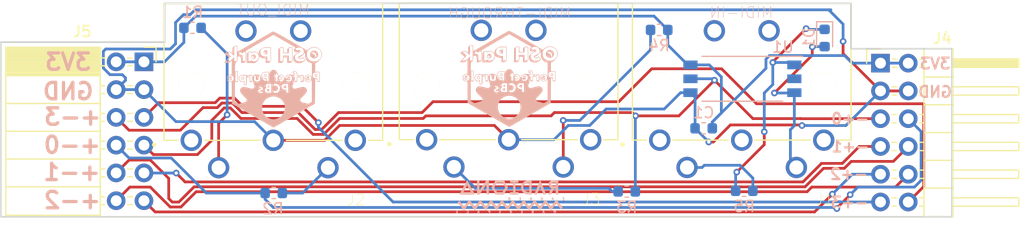
<source format=kicad_pcb>
(kicad_pcb (version 20171130) (host pcbnew 5.0.2+dfsg1-1)
  (layers (0 F.Cu signal) (31 B.Cu signal) (34 B.Paste user) (35 F.Paste user) (36 B.SilkS user) (37 F.SilkS user) (38 B.Mask user) (39 F.Mask user) (44 Edge.Cuts user))
  (net 0 "")
  (net 1 GND)
  (net 2 +3V3)
  (net 3 "Net-(D1-Pad1)")
  (net 4 "Net-(D1-Pad2)")
  (net 5 "Net-(J2-Pad5)")
  (net 6 "Net-(J2-Pad4)")
  (net 7 "Net-(J3-Pad4)")
  (net 8 "Net-(J3-Pad5)")
  (net 9 GP0)
  (net 10 GN0)
  (net 11 GP1)
  (net 12 GN1)
  (net 13 GP2)
  (net 14 GN2)
  (net 15 GP3)
  (net 16 GN3)
  (net 17 "Net-(J1-Pad4)")
  (module MIDI:OSH_10x10 (layer B.Cu) (at 82.38 90.73 180)
    (fp_text reference G*** hide)
    (fp_text value LOGO hide)
  )
  (module Capacitor_SMD:C_0603_1608Metric (layer B.Cu) (at 100.23 95.06 180)
    (fp_text reference C1 (at 0 1.43 180) (layer B.SilkS) (effects (justify mirror)))
    (fp_text value 0.1u)
    (pad 1 smd roundrect (at -0.7875 0 180) (size 0.875 0.95) (layers B.Cu B.Paste B.Mask) (net 2 +3V3))
    (pad 2 smd roundrect (at 0.7875 0 180) (size 0.875 0.95) (layers B.Cu B.Paste B.Mask) (net 1 GND))
  )
  (module Diode_SMD:D_0603_1608Metric (layer B.Cu) (at 111.29 86.8 270)
    (fp_text reference D1 (at 0 1.43 270) (layer B.SilkS) (effects (justify mirror)))
    (fp_text value 1N4148)
    (pad 1 smd roundrect (at -0.7875 0 270) (size 0.875 0.95) (layers B.Cu B.Paste B.Mask) (net 3 "Net-(D1-Pad1)"))
    (pad 2 smd roundrect (at 0.7875 0 270) (size 0.875 0.95) (layers B.Cu B.Paste B.Mask) (net 4 "Net-(D1-Pad2)"))
  )
  (module CUI_SDS-50J:CUI_SDS-50J (layer F.Cu) (at 103.71 96.14 180)
    (fp_text reference J1 (at -7.56532 -5.4388 180) (layer F.SilkS) (effects (font (size 1.0007 1.0007) (thickness 0.05))))
    (fp_text value MIDI-IN (at 0.03 11.67 180) (layer B.SilkS) (effects (font (size 1.00146 1.00146) (thickness 0.05)) (justify mirror)))
    (pad 2 thru_hole circle (at 0 0 180) (size 1.95 1.95) (drill 1.3) (layers *.Cu *.Mask))
    (pad 4 thru_hole circle (at 5 -2.5 180) (size 1.95 1.95) (drill 1.3) (layers *.Cu *.Mask) (net 17 "Net-(J1-Pad4)"))
    (pad 1 thru_hole circle (at 7.5 0 180) (size 1.95 1.95) (drill 1.3) (layers *.Cu *.Mask))
    (pad 5 thru_hole circle (at -5 -2.5 180) (size 1.95 1.95) (drill 1.3) (layers *.Cu *.Mask) (net 4 "Net-(D1-Pad2)"))
    (pad 3 thru_hole circle (at -7.5 0 180) (size 1.95 1.95) (drill 1.3) (layers *.Cu *.Mask))
    (pad S1 thru_hole circle (at -2.5 10 180) (size 1.95 1.95) (drill 1.3) (layers *.Cu *.Mask))
    (pad S2 thru_hole circle (at 2.5 10 180) (size 1.95 1.95) (drill 1.3) (layers *.Cu *.Mask))
    (pad Hole np_thru_hole circle (at -7.5 5 180) (size 2.4 2.4) (drill 2.4) (layers *.Cu *.Mask F.SilkS))
    (pad Hole np_thru_hole circle (at 7.5 5 180) (size 2.4 2.4) (drill 2.4) (layers *.Cu *.Mask F.SilkS))
  )
  (module CUI_SDS-50J:CUI_SDS-50J (layer F.Cu) (at 60.87 96.16 180)
    (fp_text reference J2 (at -7.56532 -5.4388 180) (layer F.SilkS) (effects (font (size 1.0007 1.0007) (thickness 0.05))))
    (fp_text value MIDI_OUT (at -0.02 11.92 180) (layer B.SilkS) (effects (font (size 1.00146 1.00146) (thickness 0.05)) (justify mirror)))
    (pad Hole np_thru_hole circle (at 7.5 5 180) (size 2.4 2.4) (drill 2.4) (layers *.Cu *.Mask F.SilkS))
    (pad Hole np_thru_hole circle (at -7.5 5 180) (size 2.4 2.4) (drill 2.4) (layers *.Cu *.Mask F.SilkS))
    (pad S2 thru_hole circle (at 2.5 10 180) (size 1.95 1.95) (drill 1.3) (layers *.Cu *.Mask))
    (pad S1 thru_hole circle (at -2.5 10 180) (size 1.95 1.95) (drill 1.3) (layers *.Cu *.Mask))
    (pad 3 thru_hole circle (at -7.5 0 180) (size 1.95 1.95) (drill 1.3) (layers *.Cu *.Mask))
    (pad 5 thru_hole circle (at -5 -2.5 180) (size 1.95 1.95) (drill 1.3) (layers *.Cu *.Mask) (net 5 "Net-(J2-Pad5)"))
    (pad 1 thru_hole circle (at 7.5 0 180) (size 1.95 1.95) (drill 1.3) (layers *.Cu *.Mask))
    (pad 4 thru_hole circle (at 5 -2.5 180) (size 1.95 1.95) (drill 1.3) (layers *.Cu *.Mask) (net 6 "Net-(J2-Pad4)"))
    (pad 2 thru_hole circle (at 0 0 180) (size 1.95 1.95) (drill 1.3) (layers *.Cu *.Mask) (net 1 GND))
  )
  (module CUI_SDS-50J:CUI_SDS-50J (layer F.Cu) (at 82.39 96.1 180)
    (fp_text reference J3 (at -7.56532 -5.4388 180) (layer F.SilkS) (effects (font (size 1.0007 1.0007) (thickness 0.05))))
    (fp_text value MIDI-THROUGH (at -0.09 11.56 180) (layer B.SilkS) (effects (font (size 1.00146 1.00146) (thickness 0.05)) (justify mirror)))
    (pad 2 thru_hole circle (at 0 0 180) (size 1.95 1.95) (drill 1.3) (layers *.Cu *.Mask) (net 1 GND))
    (pad 4 thru_hole circle (at 5 -2.5 180) (size 1.95 1.95) (drill 1.3) (layers *.Cu *.Mask) (net 7 "Net-(J3-Pad4)"))
    (pad 1 thru_hole circle (at 7.5 0 180) (size 1.95 1.95) (drill 1.3) (layers *.Cu *.Mask))
    (pad 5 thru_hole circle (at -5 -2.5 180) (size 1.95 1.95) (drill 1.3) (layers *.Cu *.Mask) (net 8 "Net-(J3-Pad5)"))
    (pad 3 thru_hole circle (at -7.5 0 180) (size 1.95 1.95) (drill 1.3) (layers *.Cu *.Mask))
    (pad S1 thru_hole circle (at -2.5 10 180) (size 1.95 1.95) (drill 1.3) (layers *.Cu *.Mask))
    (pad S2 thru_hole circle (at 2.5 10 180) (size 1.95 1.95) (drill 1.3) (layers *.Cu *.Mask))
    (pad Hole np_thru_hole circle (at -7.5 5 180) (size 2.4 2.4) (drill 2.4) (layers *.Cu *.Mask F.SilkS))
    (pad Hole np_thru_hole circle (at 7.5 5 180) (size 2.4 2.4) (drill 2.4) (layers *.Cu *.Mask F.SilkS))
  )
  (module Connector_PinHeader_2.54mm:PinHeader_2x06_P2.54mm_Horizontal (layer F.Cu) (at 116.4 89.1)
    (fp_text reference J4 (at 5.655 -2.27) (layer F.SilkS))
    (fp_text value PMOD)
    (pad 1 thru_hole rect (at 0 0) (size 1.7 1.7) (drill 1) (layers *.Cu *.Mask) (net 2 +3V3))
    (pad 2 thru_hole oval (at 2.54 0) (size 1.7 1.7) (drill 1) (layers *.Cu *.Mask) (net 2 +3V3))
    (pad 3 thru_hole oval (at 0 2.54) (size 1.7 1.7) (drill 1) (layers *.Cu *.Mask) (net 1 GND))
    (pad 4 thru_hole oval (at 2.54 2.54) (size 1.7 1.7) (drill 1) (layers *.Cu *.Mask) (net 1 GND))
    (pad 5 thru_hole oval (at 0 5.08) (size 1.7 1.7) (drill 1) (layers *.Cu *.Mask) (net 9 GP0))
    (pad 6 thru_hole oval (at 2.54 5.08) (size 1.7 1.7) (drill 1) (layers *.Cu *.Mask) (net 10 GN0))
    (pad 7 thru_hole oval (at 0 7.62) (size 1.7 1.7) (drill 1) (layers *.Cu *.Mask) (net 11 GP1))
    (pad 8 thru_hole oval (at 2.54 7.62) (size 1.7 1.7) (drill 1) (layers *.Cu *.Mask) (net 12 GN1))
    (pad 9 thru_hole oval (at 0 10.16) (size 1.7 1.7) (drill 1) (layers *.Cu *.Mask) (net 13 GP2))
    (pad 10 thru_hole oval (at 2.54 10.16) (size 1.7 1.7) (drill 1) (layers *.Cu *.Mask) (net 14 GN2))
    (pad 11 thru_hole oval (at 0 12.7) (size 1.7 1.7) (drill 1) (layers *.Cu *.Mask) (net 15 GP3))
    (pad 12 thru_hole oval (at 2.54 12.7) (size 1.7 1.7) (drill 1) (layers *.Cu *.Mask) (net 16 GN3))
  )
  (module Connector_PinSocket_2.54mm:PinSocket_2x06_P2.54mm_Horizontal (layer F.Cu) (at 49.04 88.98)
    (fp_text reference J5 (at -5.65 -2.77) (layer F.SilkS))
    (fp_text value EXT)
    (pad 1 thru_hole rect (at 0 0) (size 1.7 1.7) (drill 1) (layers *.Cu *.Mask) (net 2 +3V3))
    (pad 2 thru_hole oval (at -2.54 0) (size 1.7 1.7) (drill 1) (layers *.Cu *.Mask) (net 2 +3V3))
    (pad 3 thru_hole oval (at 0 2.54) (size 1.7 1.7) (drill 1) (layers *.Cu *.Mask) (net 1 GND))
    (pad 4 thru_hole oval (at -2.54 2.54) (size 1.7 1.7) (drill 1) (layers *.Cu *.Mask) (net 1 GND))
    (pad 5 thru_hole oval (at 0 5.08) (size 1.7 1.7) (drill 1) (layers *.Cu *.Mask) (net 15 GP3))
    (pad 6 thru_hole oval (at -2.54 5.08) (size 1.7 1.7) (drill 1) (layers *.Cu *.Mask) (net 16 GN3))
    (pad 7 thru_hole oval (at 0 7.62) (size 1.7 1.7) (drill 1) (layers *.Cu *.Mask) (net 9 GP0))
    (pad 8 thru_hole oval (at -2.54 7.62) (size 1.7 1.7) (drill 1) (layers *.Cu *.Mask) (net 10 GN0))
    (pad 9 thru_hole oval (at 0 10.16) (size 1.7 1.7) (drill 1) (layers *.Cu *.Mask) (net 11 GP1))
    (pad 10 thru_hole oval (at -2.54 10.16) (size 1.7 1.7) (drill 1) (layers *.Cu *.Mask) (net 12 GN1))
    (pad 11 thru_hole oval (at 0 12.7) (size 1.7 1.7) (drill 1) (layers *.Cu *.Mask) (net 13 GP2))
    (pad 12 thru_hole oval (at -2.54 12.7) (size 1.7 1.7) (drill 1) (layers *.Cu *.Mask) (net 14 GN2))
  )
  (module Resistor_SMD:R_0603_1608Metric (layer B.Cu) (at 53.48 85.87 180)
    (fp_text reference R1 (at 0 1.43 180) (layer B.SilkS) (effects (justify mirror)))
    (fp_text value 220R)
    (pad 2 smd roundrect (at 0.7875 0 180) (size 0.875 0.95) (layers B.Cu B.Paste B.Mask) (net 2 +3V3))
    (pad 1 smd roundrect (at -0.7875 0 180) (size 0.875 0.95) (layers B.Cu B.Paste B.Mask) (net 6 "Net-(J2-Pad4)"))
  )
  (module Resistor_SMD:R_0603_1608Metric (layer B.Cu) (at 60.91 100.98 180)
    (fp_text reference R2 (at 0.07 -1.43 180) (layer B.SilkS) (effects (justify mirror)))
    (fp_text value 220R)
    (pad 1 smd roundrect (at -0.7875 0 180) (size 0.875 0.95) (layers B.Cu B.Paste B.Mask) (net 5 "Net-(J2-Pad5)"))
    (pad 2 smd roundrect (at 0.7875 0 180) (size 0.875 0.95) (layers B.Cu B.Paste B.Mask) (net 10 GN0))
  )
  (module Resistor_SMD:R_0603_1608Metric (layer B.Cu) (at 93.1925 100.84)
    (fp_text reference R3 (at 0 1.43) (layer B.SilkS) (effects (justify mirror)))
    (fp_text value 220R)
    (pad 2 smd roundrect (at 0.7875 0) (size 0.875 0.95) (layers B.Cu B.Paste B.Mask) (net 9 GP0))
    (pad 1 smd roundrect (at -0.7875 0) (size 0.875 0.95) (layers B.Cu B.Paste B.Mask) (net 7 "Net-(J3-Pad4)"))
  )
  (module Resistor_SMD:R_0603_1608Metric (layer B.Cu) (at 96.16 86.06)
    (fp_text reference R4 (at 0 1.43) (layer B.SilkS) (effects (justify mirror)))
    (fp_text value 220R)
    (pad 1 smd roundrect (at -0.7875 0) (size 0.875 0.95) (layers B.Cu B.Paste B.Mask) (net 8 "Net-(J3-Pad5)"))
    (pad 2 smd roundrect (at 0.7875 0) (size 0.875 0.95) (layers B.Cu B.Paste B.Mask) (net 2 +3V3))
  )
  (module Resistor_SMD:R_0603_1608Metric (layer B.Cu) (at 103.94 100.78)
    (fp_text reference R5 (at 0 1.43) (layer B.SilkS) (effects (justify mirror)))
    (fp_text value 220R)
    (pad 1 smd roundrect (at -0.7875 0) (size 0.875 0.95) (layers B.Cu B.Paste B.Mask) (net 3 "Net-(D1-Pad1)"))
    (pad 2 smd roundrect (at 0.7875 0) (size 0.875 0.95) (layers B.Cu B.Paste B.Mask) (net 17 "Net-(J1-Pad4)"))
  )
  (module Package_SO:SO-6L_10x3.84mm_P1.27mm (layer B.Cu) (at 103.77 90.53 180)
    (fp_text reference U1 (at -3.7 2.9 180) (layer B.SilkS) (effects (justify mirror)))
    (fp_text value TLP2361)
    (pad 1 smd rect (at -4.75 1.27 90) (size 0.8 1.3) (layers B.Cu B.Paste B.Mask) (net 3 "Net-(D1-Pad1)"))
    (pad 2 smd rect (at -4.75 0 90) (size 0.8 1.3) (layers B.Cu B.Paste B.Mask))
    (pad 3 smd rect (at -4.75 -1.27 90) (size 0.8 1.3) (layers B.Cu B.Paste B.Mask) (net 4 "Net-(D1-Pad2)"))
    (pad 4 smd rect (at 4.75 -1.27 90) (size 0.8 1.3) (layers B.Cu B.Paste B.Mask) (net 1 GND))
    (pad 5 smd rect (at 4.75 0 90) (size 0.8 1.3) (layers B.Cu B.Paste B.Mask) (net 9 GP0))
    (pad 6 smd rect (at 4.75 1.27 90) (size 0.8 1.3) (layers B.Cu B.Paste B.Mask) (net 2 +3V3))
  )
  (module MIDI:OSH_10x10 (layer B.Cu) (at 60.82 90.79 180)
    (fp_text reference G*** hide)
    (fp_text value LOGO hide)
  )
  (module MIDI:radiona-10mm (layer B.Cu) (at 82.54 101.31 180)
    (fp_text reference G*** hide)
    (fp_text value LOGO hide)
  )
  (gr_text +-2 (at 42.49 101.65) (layer B.SilkS) (effects (font (size 1.5 1.5) (thickness 0.3)) (justify mirror)))
  (gr_text +-1 (at 42.45 99.07) (layer B.SilkS) (effects (font (size 1.5 1.5) (thickness 0.3)) (justify mirror)))
  (gr_text +-0 (at 42.48 96.59) (layer B.SilkS) (effects (font (size 1.5 1.5) (thickness 0.3)) (justify mirror)))
  (gr_text 3V3 (at 42.1 88.99) (layer B.SilkS) (effects (font (size 1.5 1.5) (thickness 0.3)) (justify mirror)))
  (gr_text GND (at 42.11 91.68) (layer B.SilkS) (effects (font (size 1.5 1.5) (thickness 0.3)) (justify mirror)))
  (gr_text +-3 (at 42.52 94.01) (layer B.SilkS) (effects (font (size 1.5 1.5) (thickness 0.3)) (justify mirror)))
  (gr_text -+3 (at 113.58 101.84) (layer B.SilkS) (effects (font (size 1 1) (thickness 0.2)) (justify mirror)))
  (gr_text -+2 (at 113.52 99.25) (layer B.SilkS) (effects (font (size 1 1) (thickness 0.2)) (justify mirror)))
  (gr_text -+1 (at 113.66 96.73) (layer B.SilkS) (effects (font (size 1 1) (thickness 0.2)) (justify mirror)))
  (gr_text -+0 (at 113.63 94.19) (layer B.SilkS) (effects (font (size 1 1) (thickness 0.2)) (justify mirror)))
  (gr_text GND (at 121.4 91.73) (layer B.SilkS) (effects (font (size 1 1) (thickness 0.2)) (justify mirror)))
  (gr_text 3V3 (at 121.4 89.14) (layer B.SilkS) (effects (font (size 1 1) (thickness 0.2)) (justify mirror)))
  (gr_line (start 50.94 87.18) (end 35.95 87.18) (layer Edge.Cuts) (width 0.15))
  (gr_line (start 50.94 83.63) (end 50.94 87.18) (layer Edge.Cuts) (width 0.15))
  (gr_line (start 113.7 83.63) (end 50.94 83.63) (layer Edge.Cuts) (width 0.15))
  (gr_line (start 113.7 87.79) (end 113.7 83.63) (layer Edge.Cuts) (width 0.15))
  (gr_line (start 115.58 87.79) (end 115.59 87.78) (layer Edge.Cuts) (width 0.15))
  (gr_line (start 122.93 87.78) (end 113.72 87.78) (layer Edge.Cuts) (width 0.15))
  (gr_line (start 122.94 103.17) (end 122.94 87.79) (layer Edge.Cuts) (width 0.15))
  (gr_line (start 35.97 103.15) (end 122.92 103.15) (layer Edge.Cuts) (width 0.15))
  (gr_line (start 35.95 87.18) (end 35.95 103.15) (layer Edge.Cuts) (width 0.15))
  (segment (start 46.5 91.52) (end 49.04 91.52) (width 0.25) (layer B.Cu) (net 1))
  (segment (start 47.064001 90.155001) (end 45.935999 90.155001) (width 0.25) (layer B.Cu) (net 1))
  (segment (start 45.935999 90.155001) (end 45.324999 89.544001) (width 0.25) (layer B.Cu) (net 1))
  (segment (start 47.349999 90.440999) (end 47.064001 90.155001) (width 0.25) (layer B.Cu) (net 1))
  (segment (start 46.5 91.52) (end 47.349999 90.670001) (width 0.25) (layer B.Cu) (net 1))
  (segment (start 47.349999 90.670001) (end 47.349999 90.440999) (width 0.25) (layer B.Cu) (net 1))
  (segment (start 45.324999 89.544001) (end 45.324999 88.025001) (width 0.25) (layer B.Cu) (net 1))
  (segment (start 45.545001 87.804999) (end 51.455001 87.804999) (width 0.25) (layer B.Cu) (net 1))
  (segment (start 45.324999 88.025001) (end 45.545001 87.804999) (width 0.25) (layer B.Cu) (net 1))
  (segment (start 51.92999 85.388516) (end 52.658506 84.66) (width 0.25) (layer B.Cu) (net 1))
  (segment (start 51.455001 87.804999) (end 51.92999 87.33001) (width 0.25) (layer B.Cu) (net 1))
  (segment (start 52.658506 84.66) (end 53.26609 84.66) (width 0.25) (layer B.Cu) (net 1))
  (segment (start 51.92999 87.33001) (end 51.92999 85.388516) (width 0.25) (layer B.Cu) (net 1))
  (segment (start 53.26609 84.66) (end 53.70609 84.22) (width 0.25) (layer B.Cu) (net 1))
  (segment (start 112.98 85.54) (end 112.98 87.11) (width 0.25) (layer B.Cu) (net 1))
  (segment (start 111.66 84.22) (end 112.98 85.54) (width 0.25) (layer B.Cu) (net 1))
  (segment (start 53.70609 84.22) (end 111.66 84.22) (width 0.25) (layer B.Cu) (net 1))
  (via (at 112.98 87.11) (size 0.6) (drill 0.3) (layers F.Cu B.Cu) (net 1))
  (segment (start 111.66 84.22) (end 111.87 84.22) (width 0.25) (layer B.Cu) (net 1))
  (segment (start 112.98 88.22) (end 116.4 91.64) (width 0.25) (layer F.Cu) (net 1))
  (segment (start 112.98 87.11) (end 112.98 88.22) (width 0.25) (layer F.Cu) (net 1))
  (segment (start 117.602081 91.64) (end 118.94 91.64) (width 0.25) (layer F.Cu) (net 1))
  (segment (start 116.4 91.64) (end 117.602081 91.64) (width 0.25) (layer F.Cu) (net 1))
  (segment (start 99.4425 92.2225) (end 99.02 91.8) (width 0.25) (layer B.Cu) (net 1))
  (segment (start 99.4425 95.06) (end 99.4425 92.2225) (width 0.25) (layer B.Cu) (net 1))
  (segment (start 82.39 96.1) (end 81.089999 94.799999) (width 0.25) (layer F.Cu) (net 1))
  (segment (start 66.931723 94.799999) (end 65.571722 96.16) (width 0.25) (layer F.Cu) (net 1))
  (segment (start 65.571722 96.16) (end 62.248858 96.16) (width 0.25) (layer F.Cu) (net 1))
  (segment (start 62.248858 96.16) (end 60.87 96.16) (width 0.25) (layer F.Cu) (net 1))
  (segment (start 81.089999 94.799999) (end 66.931723 94.799999) (width 0.25) (layer F.Cu) (net 1))
  (segment (start 99.904112 95.521612) (end 99.4425 95.06) (width 0.25) (layer B.Cu) (net 1))
  (segment (start 100.6925 96.31) (end 99.904112 95.521612) (width 0.25) (layer B.Cu) (net 1))
  (via (at 100.6925 96.31) (size 0.6) (drill 0.3) (layers F.Cu B.Cu) (net 1))
  (segment (start 109.164981 94.75) (end 109.219991 94.80501) (width 0.25) (layer F.Cu) (net 1))
  (segment (start 101.116764 96.31) (end 102.676764 94.75) (width 0.25) (layer F.Cu) (net 1))
  (segment (start 113.23499 94.80501) (end 109.644255 94.80501) (width 0.25) (layer B.Cu) (net 1))
  (segment (start 102.676764 94.75) (end 109.164981 94.75) (width 0.25) (layer F.Cu) (net 1))
  (segment (start 116.4 91.64) (end 113.23499 94.80501) (width 0.25) (layer B.Cu) (net 1))
  (segment (start 100.6925 96.31) (end 101.116764 96.31) (width 0.25) (layer F.Cu) (net 1))
  (segment (start 109.644255 94.80501) (end 109.219991 94.80501) (width 0.25) (layer B.Cu) (net 1))
  (via (at 109.219991 94.80501) (size 0.6) (drill 0.3) (layers F.Cu B.Cu) (net 1))
  (segment (start 87.845003 94.799999) (end 86.545002 96.1) (width 0.25) (layer B.Cu) (net 1))
  (segment (start 99.02 91.8) (end 98.12 91.8) (width 0.25) (layer B.Cu) (net 1))
  (segment (start 96.625002 93.294998) (end 91.309998 93.294998) (width 0.25) (layer B.Cu) (net 1))
  (segment (start 98.12 91.8) (end 96.625002 93.294998) (width 0.25) (layer B.Cu) (net 1))
  (segment (start 89.804997 94.799999) (end 87.845003 94.799999) (width 0.25) (layer B.Cu) (net 1))
  (segment (start 91.309998 93.294998) (end 89.804997 94.799999) (width 0.25) (layer B.Cu) (net 1))
  (segment (start 86.545002 96.1) (end 83.768858 96.1) (width 0.25) (layer B.Cu) (net 1))
  (segment (start 83.768858 96.1) (end 82.39 96.1) (width 0.25) (layer B.Cu) (net 1))
  (segment (start 49.04 91.52) (end 51.969989 94.449989) (width 0.25) (layer B.Cu) (net 1))
  (segment (start 51.969989 94.449989) (end 59.159989 94.449989) (width 0.25) (layer B.Cu) (net 1))
  (segment (start 59.159989 94.449989) (end 59.895001 95.185001) (width 0.25) (layer B.Cu) (net 1))
  (segment (start 59.895001 95.185001) (end 60.87 96.16) (width 0.25) (layer B.Cu) (net 1))
  (segment (start 98.77 89.26) (end 99.02 89.26) (width 0.25) (layer B.Cu) (net 2))
  (segment (start 96.9475 87.4375) (end 98.77 89.26) (width 0.25) (layer B.Cu) (net 2))
  (segment (start 96.9475 86.06) (end 96.9475 87.4375) (width 0.25) (layer B.Cu) (net 2))
  (segment (start 116.4 89.1) (end 118.94 89.1) (width 0.25) (layer B.Cu) (net 2))
  (segment (start 46.5 88.98) (end 49.04 88.98) (width 0.25) (layer B.Cu) (net 2))
  (segment (start 95.687499 84.799999) (end 96.9575 86.07) (width 0.25) (layer B.Cu) (net 2))
  (segment (start 52.6925 85.87) (end 53.762501 84.799999) (width 0.25) (layer B.Cu) (net 2))
  (segment (start 96.9575 86.07) (end 96.9475 86.06) (width 0.25) (layer B.Cu) (net 2))
  (segment (start 53.762501 84.799999) (end 95.687499 84.799999) (width 0.25) (layer B.Cu) (net 2))
  (segment (start 49.04 88.98) (end 50.916411 88.98) (width 0.25) (layer B.Cu) (net 2))
  (segment (start 50.916411 88.98) (end 52.6925 87.203911) (width 0.25) (layer B.Cu) (net 2))
  (segment (start 52.6925 86.445) (end 52.6925 85.87) (width 0.25) (layer B.Cu) (net 2))
  (segment (start 52.6925 87.203911) (end 52.6925 86.445) (width 0.25) (layer B.Cu) (net 2))
  (segment (start 101.0175 95.06) (end 101.0175 94.485) (width 0.25) (layer B.Cu) (net 2))
  (segment (start 99.02 89.26) (end 100.745004 89.26) (width 0.25) (layer B.Cu) (net 2))
  (segment (start 101.845002 90.359998) (end 101.845002 93.657498) (width 0.25) (layer B.Cu) (net 2))
  (segment (start 100.745004 89.26) (end 101.845002 90.359998) (width 0.25) (layer B.Cu) (net 2))
  (segment (start 101.845002 93.657498) (end 101.0175 94.485) (width 0.25) (layer B.Cu) (net 2))
  (segment (start 113.113591 88.4057) (end 113.807891 89.1) (width 0.25) (layer B.Cu) (net 2))
  (segment (start 113.807891 89.1) (end 115.3 89.1) (width 0.25) (layer B.Cu) (net 2))
  (segment (start 101.0175 94.485) (end 105.924999 89.577501) (width 0.25) (layer B.Cu) (net 2))
  (segment (start 106.259298 88.4057) (end 113.113591 88.4057) (width 0.25) (layer B.Cu) (net 2))
  (segment (start 105.924999 88.739999) (end 106.259298 88.4057) (width 0.25) (layer B.Cu) (net 2))
  (segment (start 105.924999 89.577501) (end 105.924999 88.739999) (width 0.25) (layer B.Cu) (net 2))
  (segment (start 115.3 89.1) (end 116.4 89.1) (width 0.25) (layer B.Cu) (net 2))
  (via (at 109.6 85.94) (size 0.6) (drill 0.3) (layers F.Cu B.Cu) (net 3))
  (segment (start 111.29 86.0125) (end 109.6725 86.0125) (width 0.25) (layer B.Cu) (net 3))
  (segment (start 109.6725 86.0125) (end 109.6 85.94) (width 0.25) (layer B.Cu) (net 3))
  (via (at 106.55 89.04) (size 0.6) (drill 0.3) (layers F.Cu B.Cu) (net 3))
  (segment (start 106.55 88.99) (end 106.55 89.04) (width 0.25) (layer F.Cu) (net 3))
  (segment (start 109.6 85.94) (end 106.55 88.99) (width 0.25) (layer F.Cu) (net 3))
  (segment (start 106.55 89.04) (end 108.3 89.04) (width 0.25) (layer B.Cu) (net 3))
  (segment (start 108.3 89.04) (end 108.52 89.26) (width 0.25) (layer B.Cu) (net 3))
  (via (at 103.25435 99.064942) (size 0.6) (drill 0.3) (layers F.Cu B.Cu) (net 3))
  (segment (start 103.1525 99.166792) (end 103.25435 99.064942) (width 0.25) (layer B.Cu) (net 3))
  (segment (start 103.1525 100.78) (end 103.1525 99.166792) (width 0.25) (layer B.Cu) (net 3))
  (segment (start 106.55 89.04) (end 106.55 91.054998) (width 0.25) (layer B.Cu) (net 3))
  (segment (start 106.55 91.054998) (end 105.771337 91.833661) (width 0.25) (layer B.Cu) (net 3))
  (segment (start 105.771337 96.547955) (end 105.771337 95.799274) (width 0.25) (layer F.Cu) (net 3))
  (segment (start 105.771337 94.950746) (end 105.771337 95.37501) (width 0.25) (layer B.Cu) (net 3))
  (segment (start 105.771337 95.799274) (end 105.771337 95.37501) (width 0.25) (layer F.Cu) (net 3))
  (segment (start 105.771337 91.833661) (end 105.771337 94.950746) (width 0.25) (layer B.Cu) (net 3))
  (via (at 105.771337 95.37501) (size 0.6) (drill 0.3) (layers F.Cu B.Cu) (net 3))
  (segment (start 103.25435 99.064942) (end 105.771337 96.547955) (width 0.25) (layer F.Cu) (net 3))
  (via (at 110.16 87.62) (size 0.6) (drill 0.3) (layers F.Cu B.Cu) (net 4))
  (segment (start 111.29 87.5875) (end 110.1925 87.5875) (width 0.25) (layer B.Cu) (net 4))
  (segment (start 110.1925 87.5875) (end 110.16 87.62) (width 0.25) (layer B.Cu) (net 4))
  (segment (start 110.16 88.37) (end 106.7 91.83) (width 0.25) (layer F.Cu) (net 4))
  (segment (start 110.16 87.62) (end 110.16 88.37) (width 0.25) (layer F.Cu) (net 4))
  (via (at 106.7 91.83) (size 0.6) (drill 0.3) (layers F.Cu B.Cu) (net 4))
  (segment (start 108.49 91.83) (end 108.52 91.8) (width 0.25) (layer B.Cu) (net 4))
  (segment (start 106.7 91.83) (end 108.49 91.83) (width 0.25) (layer B.Cu) (net 4))
  (segment (start 108.52 91.8) (end 108.52 94.827178) (width 0.25) (layer B.Cu) (net 4))
  (segment (start 108.52 94.827178) (end 108.159978 95.1872) (width 0.25) (layer B.Cu) (net 4))
  (segment (start 108.159978 95.1872) (end 108.159978 98.089978) (width 0.25) (layer B.Cu) (net 4))
  (segment (start 108.159978 98.089978) (end 108.71 98.64) (width 0.25) (layer B.Cu) (net 4))
  (segment (start 63.55 100.98) (end 65.87 98.66) (width 0.25) (layer B.Cu) (net 5))
  (segment (start 61.6975 100.98) (end 63.55 100.98) (width 0.25) (layer B.Cu) (net 5))
  (segment (start 56.347942 94.124978) (end 56.647941 93.824979) (width 0.25) (layer F.Cu) (net 6))
  (via (at 56.647941 93.824979) (size 0.6) (drill 0.3) (layers F.Cu B.Cu) (net 6))
  (segment (start 56.647941 88.250441) (end 56.647941 93.400715) (width 0.25) (layer B.Cu) (net 6))
  (segment (start 54.2675 85.87) (end 56.647941 88.250441) (width 0.25) (layer B.Cu) (net 6))
  (segment (start 55.87 98.66) (end 55.87 94.60292) (width 0.25) (layer F.Cu) (net 6))
  (segment (start 56.647941 93.400715) (end 56.647941 93.824979) (width 0.25) (layer B.Cu) (net 6))
  (segment (start 55.87 94.60292) (end 56.347942 94.124978) (width 0.25) (layer F.Cu) (net 6))
  (segment (start 91.8675 100.84) (end 91.5775 100.55) (width 0.25) (layer B.Cu) (net 7))
  (segment (start 92.405 100.84) (end 91.8675 100.84) (width 0.25) (layer B.Cu) (net 7))
  (segment (start 79.34 100.55) (end 77.39 98.6) (width 0.25) (layer B.Cu) (net 7))
  (segment (start 91.5775 100.55) (end 79.34 100.55) (width 0.25) (layer B.Cu) (net 7))
  (via (at 87.38 94.34) (size 0.6) (drill 0.3) (layers F.Cu B.Cu) (net 8))
  (segment (start 87.39 98.6) (end 87.39 94.35) (width 0.25) (layer F.Cu) (net 8))
  (segment (start 87.39 94.35) (end 87.38 94.34) (width 0.25) (layer F.Cu) (net 8))
  (segment (start 95.3725 86.635) (end 95.3725 86.06) (width 0.25) (layer B.Cu) (net 8))
  (segment (start 95.3725 87.874502) (end 95.3725 86.635) (width 0.25) (layer B.Cu) (net 8))
  (segment (start 88.907002 94.34) (end 95.3725 87.874502) (width 0.25) (layer B.Cu) (net 8))
  (segment (start 87.38 94.34) (end 88.907002 94.34) (width 0.25) (layer B.Cu) (net 8))
  (via (at 101.22 90.66) (size 0.6) (drill 0.3) (layers F.Cu B.Cu) (net 9))
  (segment (start 99.02 90.53) (end 101.09 90.53) (width 0.25) (layer B.Cu) (net 9))
  (segment (start 101.09 90.53) (end 101.22 90.66) (width 0.25) (layer B.Cu) (net 9))
  (segment (start 93.98 100.84) (end 93.98 93.94) (width 0.25) (layer B.Cu) (net 9))
  (via (at 94 93.92) (size 0.6) (drill 0.3) (layers F.Cu B.Cu) (net 9))
  (segment (start 93.98 93.94) (end 94 93.92) (width 0.25) (layer B.Cu) (net 9))
  (segment (start 100.920001 90.959999) (end 101.22 90.66) (width 0.25) (layer F.Cu) (net 9))
  (segment (start 97.96 93.92) (end 100.920001 90.959999) (width 0.25) (layer F.Cu) (net 9))
  (segment (start 94 93.92) (end 97.96 93.92) (width 0.25) (layer F.Cu) (net 9))
  (segment (start 109.0864 94.169989) (end 109.096411 94.18) (width 0.25) (layer F.Cu) (net 9))
  (segment (start 115.197919 94.18) (end 116.4 94.18) (width 0.25) (layer F.Cu) (net 9))
  (segment (start 101.22 90.66) (end 104.729989 94.169989) (width 0.25) (layer F.Cu) (net 9))
  (segment (start 109.096411 94.18) (end 115.197919 94.18) (width 0.25) (layer F.Cu) (net 9))
  (segment (start 104.729989 94.169989) (end 109.0864 94.169989) (width 0.25) (layer F.Cu) (net 9))
  (segment (start 56.947942 93.199978) (end 56.375919 93.199978) (width 0.25) (layer F.Cu) (net 9))
  (segment (start 64.506533 95.615976) (end 63.050568 94.160011) (width 0.25) (layer F.Cu) (net 9))
  (segment (start 55.244557 94.33134) (end 55.244557 96.150441) (width 0.25) (layer F.Cu) (net 9))
  (segment (start 63.050568 94.160011) (end 57.907975 94.160011) (width 0.25) (layer F.Cu) (net 9))
  (segment (start 65.479335 95.615976) (end 64.506533 95.615976) (width 0.25) (layer F.Cu) (net 9))
  (segment (start 93.700001 93.620001) (end 86.574995 93.620001) (width 0.25) (layer F.Cu) (net 9))
  (segment (start 56.375919 93.199978) (end 55.244557 94.33134) (width 0.25) (layer F.Cu) (net 9))
  (segment (start 49.900001 97.460001) (end 49.889999 97.449999) (width 0.25) (layer F.Cu) (net 9))
  (segment (start 53.934997 97.460001) (end 49.900001 97.460001) (width 0.25) (layer F.Cu) (net 9))
  (segment (start 86.574995 93.620001) (end 86.274996 93.92) (width 0.25) (layer F.Cu) (net 9))
  (segment (start 66.9353 94.160011) (end 65.479335 95.615976) (width 0.25) (layer F.Cu) (net 9))
  (segment (start 55.244557 96.150441) (end 53.934997 97.460001) (width 0.25) (layer F.Cu) (net 9))
  (segment (start 74.5764 94.160011) (end 66.9353 94.160011) (width 0.25) (layer F.Cu) (net 9))
  (segment (start 74.816411 93.92) (end 74.5764 94.160011) (width 0.25) (layer F.Cu) (net 9))
  (segment (start 86.274996 93.92) (end 74.816411 93.92) (width 0.25) (layer F.Cu) (net 9))
  (segment (start 94 93.92) (end 93.700001 93.620001) (width 0.25) (layer F.Cu) (net 9))
  (segment (start 57.907975 94.160011) (end 56.947942 93.199978) (width 0.25) (layer F.Cu) (net 9))
  (segment (start 49.889999 97.449999) (end 49.04 96.6) (width 0.25) (layer F.Cu) (net 9))
  (segment (start 47.675001 97.775001) (end 47.349999 97.449999) (width 0.25) (layer B.Cu) (net 10))
  (segment (start 47.349999 97.449999) (end 46.5 96.6) (width 0.25) (layer B.Cu) (net 10))
  (segment (start 54.745002 100.98) (end 51.540003 97.775001) (width 0.25) (layer B.Cu) (net 10))
  (segment (start 51.540003 97.775001) (end 47.675001 97.775001) (width 0.25) (layer B.Cu) (net 10))
  (segment (start 60.1225 100.98) (end 54.745002 100.98) (width 0.25) (layer B.Cu) (net 10))
  (segment (start 60.1225 101.555) (end 60.8675 102.3) (width 0.25) (layer B.Cu) (net 10))
  (segment (start 60.1225 100.98) (end 60.1225 101.555) (width 0.25) (layer B.Cu) (net 10))
  (via (at 112.41 102.4) (size 0.6) (drill 0.3) (layers F.Cu B.Cu) (net 10))
  (segment (start 112.31 102.3) (end 112.41 102.4) (width 0.25) (layer B.Cu) (net 10))
  (segment (start 60.8675 102.3) (end 112.31 102.3) (width 0.25) (layer B.Cu) (net 10))
  (via (at 113.63 101.13) (size 0.6) (drill 0.3) (layers F.Cu B.Cu) (net 10))
  (segment (start 112.41 102.4) (end 112.41 102.35) (width 0.25) (layer F.Cu) (net 10))
  (segment (start 112.41 102.35) (end 113.63 101.13) (width 0.25) (layer F.Cu) (net 10))
  (segment (start 119.789999 95.029999) (end 118.94 94.18) (width 0.25) (layer B.Cu) (net 10))
  (segment (start 120.115001 95.355001) (end 119.789999 95.029999) (width 0.25) (layer B.Cu) (net 10))
  (segment (start 120.115001 99.824001) (end 120.115001 95.355001) (width 0.25) (layer B.Cu) (net 10))
  (segment (start 114.324999 100.435001) (end 119.504001 100.435001) (width 0.25) (layer B.Cu) (net 10))
  (segment (start 119.504001 100.435001) (end 120.115001 99.824001) (width 0.25) (layer B.Cu) (net 10))
  (segment (start 113.63 101.13) (end 114.324999 100.435001) (width 0.25) (layer B.Cu) (net 10))
  (via (at 51.99 99.15) (size 0.6) (drill 0.3) (layers F.Cu B.Cu) (net 11))
  (segment (start 49.05 99.15) (end 49.04 99.14) (width 0.25) (layer B.Cu) (net 11))
  (segment (start 51.99 99.15) (end 49.05 99.15) (width 0.25) (layer B.Cu) (net 11))
  (segment (start 112.906401 98.270009) (end 111.003993 98.270009) (width 0.25) (layer F.Cu) (net 11))
  (segment (start 52.800001 99.960001) (end 52.289999 99.449999) (width 0.25) (layer F.Cu) (net 11))
  (segment (start 114.45641 96.72) (end 112.906401 98.270009) (width 0.25) (layer F.Cu) (net 11))
  (segment (start 111.003993 98.270009) (end 109.314001 99.960001) (width 0.25) (layer F.Cu) (net 11))
  (segment (start 116.4 96.72) (end 114.45641 96.72) (width 0.25) (layer F.Cu) (net 11))
  (segment (start 109.314001 99.960001) (end 52.800001 99.960001) (width 0.25) (layer F.Cu) (net 11))
  (segment (start 52.289999 99.449999) (end 51.99 99.15) (width 0.25) (layer F.Cu) (net 11))
  (segment (start 52.230002 101.805002) (end 51.629998 101.805002) (width 0.25) (layer F.Cu) (net 12))
  (segment (start 111.190393 98.72002) (end 109.500401 100.410012) (width 0.25) (layer F.Cu) (net 12))
  (segment (start 47.349999 98.290001) (end 46.5 99.14) (width 0.25) (layer F.Cu) (net 12))
  (segment (start 53.624992 100.410012) (end 52.230002 101.805002) (width 0.25) (layer F.Cu) (net 12))
  (segment (start 51.304998 99.640002) (end 49.629995 97.964999) (width 0.25) (layer F.Cu) (net 12))
  (segment (start 118.94 96.72) (end 117.575001 98.084999) (width 0.25) (layer F.Cu) (net 12))
  (segment (start 49.629995 97.964999) (end 47.675001 97.964999) (width 0.25) (layer F.Cu) (net 12))
  (segment (start 47.675001 97.964999) (end 47.349999 98.290001) (width 0.25) (layer F.Cu) (net 12))
  (segment (start 113.727822 98.084999) (end 113.092801 98.72002) (width 0.25) (layer F.Cu) (net 12))
  (segment (start 51.304998 101.480002) (end 51.304998 99.640002) (width 0.25) (layer F.Cu) (net 12))
  (segment (start 109.500401 100.410012) (end 53.624992 100.410012) (width 0.25) (layer F.Cu) (net 12))
  (segment (start 117.575001 98.084999) (end 113.727822 98.084999) (width 0.25) (layer F.Cu) (net 12))
  (segment (start 51.629998 101.805002) (end 51.304998 101.480002) (width 0.25) (layer F.Cu) (net 12))
  (segment (start 113.092801 98.72002) (end 111.190393 98.72002) (width 0.25) (layer F.Cu) (net 12))
  (via (at 112 101.08) (size 0.6) (drill 0.3) (layers F.Cu B.Cu) (net 13))
  (segment (start 113.82 99.26) (end 112 101.08) (width 0.25) (layer B.Cu) (net 13))
  (segment (start 116.4 99.26) (end 113.82 99.26) (width 0.25) (layer B.Cu) (net 13))
  (segment (start 112 101.08) (end 110.374976 102.705024) (width 0.25) (layer F.Cu) (net 13))
  (segment (start 110.374976 102.705024) (end 50.065024 102.705024) (width 0.25) (layer F.Cu) (net 13))
  (segment (start 50.065024 102.705024) (end 49.889999 102.529999) (width 0.25) (layer F.Cu) (net 13))
  (segment (start 49.889999 102.529999) (end 49.04 101.68) (width 0.25) (layer F.Cu) (net 13))
  (segment (start 109.686801 100.860023) (end 53.811392 100.860023) (width 0.25) (layer F.Cu) (net 14))
  (segment (start 118.94 99.26) (end 117.764999 100.435001) (width 0.25) (layer F.Cu) (net 14))
  (segment (start 53.811392 100.860023) (end 52.416402 102.255013) (width 0.25) (layer F.Cu) (net 14))
  (segment (start 51.443598 102.255013) (end 49.623586 100.435001) (width 0.25) (layer F.Cu) (net 14))
  (segment (start 49.623586 100.435001) (end 47.744999 100.435001) (width 0.25) (layer F.Cu) (net 14))
  (segment (start 117.764999 100.435001) (end 110.111822 100.435001) (width 0.25) (layer F.Cu) (net 14))
  (segment (start 47.349999 100.830001) (end 46.5 101.68) (width 0.25) (layer F.Cu) (net 14))
  (segment (start 52.416402 102.255013) (end 51.443598 102.255013) (width 0.25) (layer F.Cu) (net 14))
  (segment (start 47.744999 100.435001) (end 47.349999 100.830001) (width 0.25) (layer F.Cu) (net 14))
  (segment (start 110.111822 100.435001) (end 109.686801 100.860023) (width 0.25) (layer F.Cu) (net 14))
  (via (at 64.992934 94.540964) (size 0.6) (drill 0.3) (layers F.Cu B.Cu) (net 15))
  (segment (start 116.4 101.8) (end 112.735004 101.8) (width 0.25) (layer B.Cu) (net 15))
  (segment (start 112.109998 101.774998) (end 112.084996 101.8) (width 0.25) (layer B.Cu) (net 15))
  (segment (start 112.084996 101.8) (end 71.827706 101.8) (width 0.25) (layer B.Cu) (net 15))
  (segment (start 64.992934 94.965228) (end 64.992934 94.540964) (width 0.25) (layer B.Cu) (net 15))
  (segment (start 112.710002 101.774998) (end 112.109998 101.774998) (width 0.25) (layer B.Cu) (net 15))
  (segment (start 71.827706 101.8) (end 64.992934 94.965228) (width 0.25) (layer B.Cu) (net 15))
  (segment (start 112.735004 101.8) (end 112.710002 101.774998) (width 0.25) (layer B.Cu) (net 15))
  (segment (start 57.320742 92.299956) (end 58.071751 93.050965) (width 0.25) (layer F.Cu) (net 15))
  (segment (start 64.692935 94.240965) (end 64.992934 94.540964) (width 0.25) (layer F.Cu) (net 15))
  (segment (start 63.502935 93.050965) (end 64.692935 94.240965) (width 0.25) (layer F.Cu) (net 15))
  (segment (start 55.97514 92.299956) (end 57.320742 92.299956) (width 0.25) (layer F.Cu) (net 15))
  (segment (start 58.071751 93.050965) (end 63.502935 93.050965) (width 0.25) (layer F.Cu) (net 15))
  (segment (start 55.55625 92.718847) (end 55.97514 92.299956) (width 0.25) (layer F.Cu) (net 15))
  (segment (start 50.381153 92.718847) (end 55.55625 92.718847) (width 0.25) (layer F.Cu) (net 15))
  (segment (start 49.04 94.06) (end 50.381153 92.718847) (width 0.25) (layer F.Cu) (net 15))
  (segment (start 66.8389 93.62) (end 74.48 93.62) (width 0.25) (layer F.Cu) (net 16))
  (segment (start 64.692933 95.165965) (end 65.292935 95.165965) (width 0.25) (layer F.Cu) (net 16))
  (segment (start 75.474999 92.625001) (end 92.467997 92.625001) (width 0.25) (layer F.Cu) (net 16))
  (segment (start 120.355001 92.815001) (end 120.355001 100.384999) (width 0.25) (layer F.Cu) (net 16))
  (segment (start 56.16154 92.749967) (end 57.134342 92.749967) (width 0.25) (layer F.Cu) (net 16))
  (segment (start 52.370997 95.235001) (end 54.43714 93.168858) (width 0.25) (layer F.Cu) (net 16))
  (segment (start 120.355001 100.384999) (end 118.94 101.8) (width 0.25) (layer F.Cu) (net 16))
  (segment (start 54.43714 93.168858) (end 55.742649 93.168858) (width 0.25) (layer F.Cu) (net 16))
  (segment (start 55.742649 93.168858) (end 56.16154 92.749967) (width 0.25) (layer F.Cu) (net 16))
  (segment (start 46.5 94.06) (end 47.675001 95.235001) (width 0.25) (layer F.Cu) (net 16))
  (segment (start 47.675001 95.235001) (end 52.370997 95.235001) (width 0.25) (layer F.Cu) (net 16))
  (segment (start 57.134342 92.749967) (end 58.004375 93.62) (width 0.25) (layer F.Cu) (net 16))
  (segment (start 74.48 93.62) (end 75.474999 92.625001) (width 0.25) (layer F.Cu) (net 16))
  (segment (start 58.004375 93.62) (end 63.146968 93.62) (width 0.25) (layer F.Cu) (net 16))
  (segment (start 101.864999 89.614999) (end 105.065001 92.815001) (width 0.25) (layer F.Cu) (net 16))
  (segment (start 63.146968 93.62) (end 64.692933 95.165965) (width 0.25) (layer F.Cu) (net 16))
  (segment (start 95.477999 89.614999) (end 101.864999 89.614999) (width 0.25) (layer F.Cu) (net 16))
  (segment (start 92.467997 92.625001) (end 95.477999 89.614999) (width 0.25) (layer F.Cu) (net 16))
  (segment (start 65.292935 95.165965) (end 66.8389 93.62) (width 0.25) (layer F.Cu) (net 16))
  (segment (start 105.065001 92.815001) (end 120.355001 92.815001) (width 0.25) (layer F.Cu) (net 16))
  (segment (start 103.554351 98.439941) (end 100.288917 98.439941) (width 0.25) (layer B.Cu) (net 17))
  (segment (start 104.7275 100.78) (end 104.7275 99.61309) (width 0.25) (layer B.Cu) (net 17))
  (segment (start 100.288917 98.439941) (end 100.088858 98.64) (width 0.25) (layer B.Cu) (net 17))
  (segment (start 98.71 98.64) (end 100.088858 98.64) (width 0.25) (layer B.Cu) (net 17))
  (segment (start 104.7275 99.61309) (end 103.554351 98.439941) (width 0.25) (layer B.Cu) (net 17))
)
</source>
